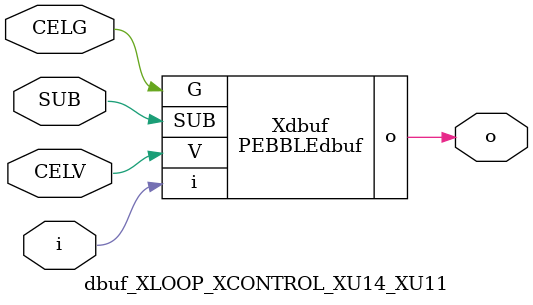
<source format=v>



module PEBBLEdbuf ( o, G, SUB, V, i );

  input V;
  input i;
  input G;
  output o;
  input SUB;
endmodule

//Celera Confidential Do Not Copy dbuf_XLOOP_XCONTROL_XU14_XU11
//Celera Confidential Symbol Generator
//Digital Buffer
module dbuf_XLOOP_XCONTROL_XU14_XU11 (CELV,CELG,i,o,SUB);
input CELV;
input CELG;
input i;
input SUB;
output o;

//Celera Confidential Do Not Copy dbuf
PEBBLEdbuf Xdbuf(
.V (CELV),
.i (i),
.o (o),
.SUB (SUB),
.G (CELG)
);
//,diesize,PEBBLEdbuf

//Celera Confidential Do Not Copy Module End
//Celera Schematic Generator
endmodule

</source>
